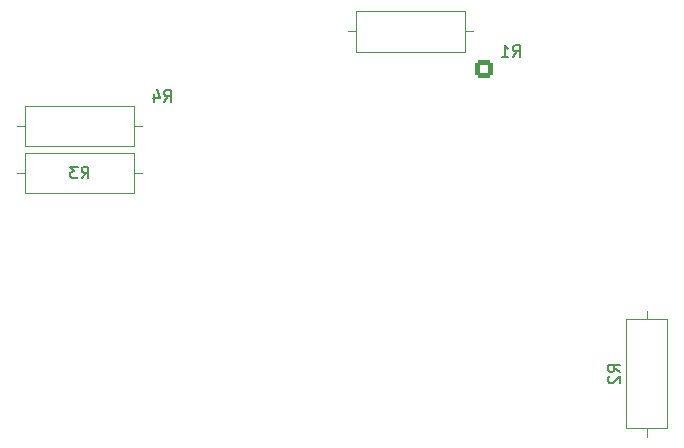
<source format=gbo>
%TF.GenerationSoftware,KiCad,Pcbnew,9.0.3*%
%TF.CreationDate,2025-07-14T11:38:29-07:00*%
%TF.ProjectId,ECE_299_ALARM,4543455f-3239-4395-9f41-4c41524d2e6b,1.0*%
%TF.SameCoordinates,Original*%
%TF.FileFunction,Legend,Bot*%
%TF.FilePolarity,Positive*%
%FSLAX46Y46*%
G04 Gerber Fmt 4.6, Leading zero omitted, Abs format (unit mm)*
G04 Created by KiCad (PCBNEW 9.0.3) date 2025-07-14 11:38:29*
%MOMM*%
%LPD*%
G01*
G04 APERTURE LIST*
G04 Aperture macros list*
%AMRoundRect*
0 Rectangle with rounded corners*
0 $1 Rounding radius*
0 $2 $3 $4 $5 $6 $7 $8 $9 X,Y pos of 4 corners*
0 Add a 4 corners polygon primitive as box body*
4,1,4,$2,$3,$4,$5,$6,$7,$8,$9,$2,$3,0*
0 Add four circle primitives for the rounded corners*
1,1,$1+$1,$2,$3*
1,1,$1+$1,$4,$5*
1,1,$1+$1,$6,$7*
1,1,$1+$1,$8,$9*
0 Add four rect primitives between the rounded corners*
20,1,$1+$1,$2,$3,$4,$5,0*
20,1,$1+$1,$4,$5,$6,$7,0*
20,1,$1+$1,$6,$7,$8,$9,0*
20,1,$1+$1,$8,$9,$2,$3,0*%
G04 Aperture macros list end*
%ADD10C,0.150000*%
%ADD11C,0.120000*%
%ADD12C,3.200000*%
%ADD13R,1.700000X1.700000*%
%ADD14C,1.700000*%
%ADD15C,2.000000*%
%ADD16C,1.600000*%
%ADD17R,0.850000X0.850000*%
%ADD18C,0.850000*%
%ADD19RoundRect,0.250000X-0.550000X-0.550000X0.550000X-0.550000X0.550000X0.550000X-0.550000X0.550000X0*%
G04 APERTURE END LIST*
D10*
X94166666Y-84454819D02*
X94499999Y-83978628D01*
X94738094Y-84454819D02*
X94738094Y-83454819D01*
X94738094Y-83454819D02*
X94357142Y-83454819D01*
X94357142Y-83454819D02*
X94261904Y-83502438D01*
X94261904Y-83502438D02*
X94214285Y-83550057D01*
X94214285Y-83550057D02*
X94166666Y-83645295D01*
X94166666Y-83645295D02*
X94166666Y-83788152D01*
X94166666Y-83788152D02*
X94214285Y-83883390D01*
X94214285Y-83883390D02*
X94261904Y-83931009D01*
X94261904Y-83931009D02*
X94357142Y-83978628D01*
X94357142Y-83978628D02*
X94738094Y-83978628D01*
X93833332Y-83454819D02*
X93214285Y-83454819D01*
X93214285Y-83454819D02*
X93547618Y-83835771D01*
X93547618Y-83835771D02*
X93404761Y-83835771D01*
X93404761Y-83835771D02*
X93309523Y-83883390D01*
X93309523Y-83883390D02*
X93261904Y-83931009D01*
X93261904Y-83931009D02*
X93214285Y-84026247D01*
X93214285Y-84026247D02*
X93214285Y-84264342D01*
X93214285Y-84264342D02*
X93261904Y-84359580D01*
X93261904Y-84359580D02*
X93309523Y-84407200D01*
X93309523Y-84407200D02*
X93404761Y-84454819D01*
X93404761Y-84454819D02*
X93690475Y-84454819D01*
X93690475Y-84454819D02*
X93785713Y-84407200D01*
X93785713Y-84407200D02*
X93833332Y-84359580D01*
X139734819Y-100833333D02*
X139258628Y-100500000D01*
X139734819Y-100261905D02*
X138734819Y-100261905D01*
X138734819Y-100261905D02*
X138734819Y-100642857D01*
X138734819Y-100642857D02*
X138782438Y-100738095D01*
X138782438Y-100738095D02*
X138830057Y-100785714D01*
X138830057Y-100785714D02*
X138925295Y-100833333D01*
X138925295Y-100833333D02*
X139068152Y-100833333D01*
X139068152Y-100833333D02*
X139163390Y-100785714D01*
X139163390Y-100785714D02*
X139211009Y-100738095D01*
X139211009Y-100738095D02*
X139258628Y-100642857D01*
X139258628Y-100642857D02*
X139258628Y-100261905D01*
X138830057Y-101214286D02*
X138782438Y-101261905D01*
X138782438Y-101261905D02*
X138734819Y-101357143D01*
X138734819Y-101357143D02*
X138734819Y-101595238D01*
X138734819Y-101595238D02*
X138782438Y-101690476D01*
X138782438Y-101690476D02*
X138830057Y-101738095D01*
X138830057Y-101738095D02*
X138925295Y-101785714D01*
X138925295Y-101785714D02*
X139020533Y-101785714D01*
X139020533Y-101785714D02*
X139163390Y-101738095D01*
X139163390Y-101738095D02*
X139734819Y-101166667D01*
X139734819Y-101166667D02*
X139734819Y-101785714D01*
X130666666Y-74174819D02*
X130999999Y-73698628D01*
X131238094Y-74174819D02*
X131238094Y-73174819D01*
X131238094Y-73174819D02*
X130857142Y-73174819D01*
X130857142Y-73174819D02*
X130761904Y-73222438D01*
X130761904Y-73222438D02*
X130714285Y-73270057D01*
X130714285Y-73270057D02*
X130666666Y-73365295D01*
X130666666Y-73365295D02*
X130666666Y-73508152D01*
X130666666Y-73508152D02*
X130714285Y-73603390D01*
X130714285Y-73603390D02*
X130761904Y-73651009D01*
X130761904Y-73651009D02*
X130857142Y-73698628D01*
X130857142Y-73698628D02*
X131238094Y-73698628D01*
X129714285Y-74174819D02*
X130285713Y-74174819D01*
X129999999Y-74174819D02*
X129999999Y-73174819D01*
X129999999Y-73174819D02*
X130095237Y-73317676D01*
X130095237Y-73317676D02*
X130190475Y-73412914D01*
X130190475Y-73412914D02*
X130285713Y-73460533D01*
X101166666Y-77954819D02*
X101499999Y-77478628D01*
X101738094Y-77954819D02*
X101738094Y-76954819D01*
X101738094Y-76954819D02*
X101357142Y-76954819D01*
X101357142Y-76954819D02*
X101261904Y-77002438D01*
X101261904Y-77002438D02*
X101214285Y-77050057D01*
X101214285Y-77050057D02*
X101166666Y-77145295D01*
X101166666Y-77145295D02*
X101166666Y-77288152D01*
X101166666Y-77288152D02*
X101214285Y-77383390D01*
X101214285Y-77383390D02*
X101261904Y-77431009D01*
X101261904Y-77431009D02*
X101357142Y-77478628D01*
X101357142Y-77478628D02*
X101738094Y-77478628D01*
X100309523Y-77288152D02*
X100309523Y-77954819D01*
X100547618Y-76907200D02*
X100785713Y-77621485D01*
X100785713Y-77621485D02*
X100166666Y-77621485D01*
D11*
%TO.C,R3*%
X88690000Y-84000000D02*
X89380000Y-84000000D01*
X99310000Y-84000000D02*
X98620000Y-84000000D01*
X89380000Y-85720000D02*
X98620000Y-85720000D01*
X98620000Y-82280000D01*
X89380000Y-82280000D01*
X89380000Y-85720000D01*
%TO.C,R2*%
X142000000Y-95690000D02*
X142000000Y-96380000D01*
X142000000Y-106310000D02*
X142000000Y-105620000D01*
X140280000Y-96380000D02*
X143720000Y-96380000D01*
X143720000Y-105620000D01*
X140280000Y-105620000D01*
X140280000Y-96380000D01*
%TO.C,R1*%
X116690000Y-72000000D02*
X117380000Y-72000000D01*
X127310000Y-72000000D02*
X126620000Y-72000000D01*
X117380000Y-73720000D02*
X126620000Y-73720000D01*
X126620000Y-70280000D01*
X117380000Y-70280000D01*
X117380000Y-73720000D01*
%TO.C,R4*%
X88690000Y-80000000D02*
X89380000Y-80000000D01*
X99310000Y-80000000D02*
X98620000Y-80000000D01*
X89380000Y-81720000D02*
X98620000Y-81720000D01*
X98620000Y-78280000D01*
X89380000Y-78280000D01*
X89380000Y-81720000D01*
%TD*%
%LPC*%
D12*
%TO.C,REF\u002A\u002A*%
X90000000Y-115000000D03*
%TD*%
D13*
%TO.C,LS1*%
X142000000Y-88000000D03*
D14*
X142000000Y-90540000D03*
%TD*%
D15*
%TO.C,SW2*%
X106750000Y-112750000D03*
X113250000Y-112750000D03*
X106750000Y-117250000D03*
X113250000Y-117250000D03*
%TD*%
D16*
%TO.C,C1*%
X119500000Y-80000000D03*
X122000000Y-80000000D03*
%TD*%
D12*
%TO.C,REF\u002A\u002A*%
X142000000Y-115000000D03*
%TD*%
D17*
%TO.C,AE1*%
X98000000Y-72000000D03*
D18*
X98000000Y-73000000D03*
%TD*%
D19*
%TO.C,U3*%
X128195000Y-75190000D03*
D16*
X128195000Y-77730000D03*
X128195000Y-80270000D03*
X128195000Y-82810000D03*
X135815000Y-82810000D03*
X135815000Y-80270000D03*
X135815000Y-77730000D03*
X135815000Y-75190000D03*
%TD*%
D12*
%TO.C,REF\u002A\u002A*%
X142000000Y-74000000D03*
%TD*%
%TO.C,REF\u002A\u002A*%
X90000000Y-74000000D03*
%TD*%
D15*
%TO.C,SW3*%
X116750000Y-112750000D03*
X123250000Y-112750000D03*
X116750000Y-117250000D03*
X123250000Y-117250000D03*
%TD*%
%TO.C,SW1*%
X96807950Y-112772844D03*
X103307950Y-112772844D03*
X96807950Y-117272844D03*
X103307950Y-117272844D03*
%TD*%
D16*
%TO.C,C2*%
X140500000Y-82000000D03*
X143000000Y-82000000D03*
%TD*%
D13*
%TO.C,U2*%
X88870000Y-108890000D03*
D14*
X91410000Y-108890000D03*
X93950000Y-108890000D03*
X96490000Y-108890000D03*
X99030000Y-108890000D03*
X101570000Y-108890000D03*
X104110000Y-108890000D03*
X106650000Y-108890000D03*
X109190000Y-108890000D03*
X111730000Y-108890000D03*
X114270000Y-108890000D03*
X116810000Y-108890000D03*
X119350000Y-108890000D03*
X121890000Y-108890000D03*
X124430000Y-108890000D03*
X126970000Y-108890000D03*
X129510000Y-108890000D03*
X132050000Y-108890000D03*
X134590000Y-108890000D03*
X137130000Y-108890000D03*
X137130000Y-91110000D03*
X134590000Y-91110000D03*
X132050000Y-91110000D03*
X129510000Y-91110000D03*
X126970000Y-91110000D03*
X124430000Y-91110000D03*
X121890000Y-91110000D03*
X119350000Y-91110000D03*
X116810000Y-91110000D03*
X114270000Y-91110000D03*
X111730000Y-91110000D03*
X109190000Y-91110000D03*
X106650000Y-91110000D03*
X104110000Y-91110000D03*
X101570000Y-91110000D03*
X99030000Y-91110000D03*
X96490000Y-91110000D03*
X93950000Y-91110000D03*
X91410000Y-91110000D03*
X88870000Y-91110000D03*
%TD*%
D13*
%TO.C,DISP1*%
X112120000Y-87050000D03*
D14*
X114660000Y-87050000D03*
X117200000Y-87050000D03*
X119740000Y-87050000D03*
X122280000Y-87050000D03*
X124820000Y-87050000D03*
X127360000Y-87050000D03*
%TD*%
D15*
%TO.C,SW4*%
X127000000Y-112750000D03*
X133500000Y-112750000D03*
X127000000Y-117250000D03*
X133500000Y-117250000D03*
%TD*%
D16*
%TO.C,R3*%
X87650000Y-84000000D03*
X100350000Y-84000000D03*
%TD*%
%TO.C,R2*%
X142000000Y-94650000D03*
X142000000Y-107350000D03*
%TD*%
%TO.C,R1*%
X115650000Y-72000000D03*
X128350000Y-72000000D03*
%TD*%
%TO.C,R4*%
X87650000Y-80000000D03*
X100350000Y-80000000D03*
%TD*%
%LPD*%
M02*

</source>
